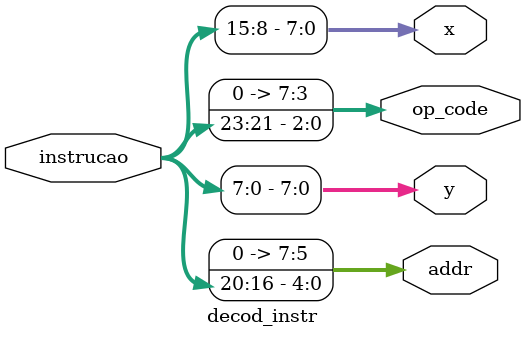
<source format=v>
module decod_instr(
    input      [23:0] instrucao,
	 output reg [7:0]  addr,
	 output reg [7:0]  y,
    output reg [7:0]  op_code,
    output reg [7:0]  x
    
);
    // Sempre que a instrução mudar, atualizamos nosso op_code, etc.
    always @(instrucao) begin
        op_code <= instrucao[23:21];
        addr    <= instrucao[20:16];
        x       <= instrucao[15:8];
        y       <= instrucao[7:0];
    end
endmodule
</source>
